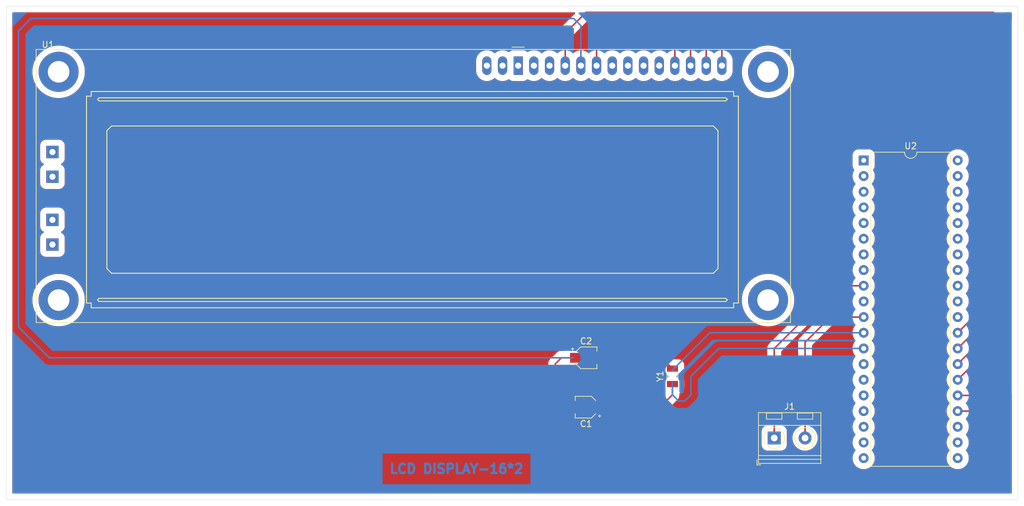
<source format=kicad_pcb>
(kicad_pcb (version 20211014) (generator pcbnew)
  (layers (0 "F.Cu" signal) (31 "B.Cu" signal) (34 "B.Paste" user) (35 "F.Paste" user) (36 "B.SilkS" user "B.Silkscreen") (37 "F.SilkS" user "F.Silkscreen") (38 "B.Mask" user) (39 "F.Mask" user) (44 "Edge.Cuts" user))
  (net 0 "")
  (net 1 "Net-(C1-Pad1)")
  (net 2 "Net-(U1-Pad14)")
  (net 3 "Net-(U1-Pad13)")
  (net 4 "Net-(U1-Pad12)")
  (net 5 "Net-(U1-Pad11)")
  (net 10 "Net-(U1-Pad6)")
  (net 11 "Net-(U1-Pad4)")
  (net 30 "GND")
  (net 31 "Net-(C2-Pad2)")
  (net 32 "Net-(J1-Pad1)")
  (net 36 "Net-(J1-Pad2)")
  (footprint "Crystal:Crystal_SMD_3215-2Pin_3.2x1.5mm" (layer "F.Cu") (at 148 93 90)
    (fp_text reference "Y1" (at 0 -2 90) (layer "F.SilkS"))
    (fp_text value "Crystal")
    (fp_line (start -0.675 0.875) (end 0.675 0.875) (layer "F.SilkS") (width 0.12))
    (fp_line (start -0.675 -0.875) (end 0.675 -0.875) (layer "F.SilkS") (width 0.12))
    (pad "1" smd rect (at 1.25 0 90) (size 1 1.8) (layers "F.Cu" "F.Paste" "F.Mask") (net 31 "Net-(C2-Pad2)"))
    (pad "2" smd rect (at -1.25 0 90) (size 1 1.8) (layers "F.Cu" "F.Paste" "F.Mask") (net 1 "Net-(C1-Pad1)"))
  )
  (footprint "Capacitor_SMD:CP_Elec_3x5.3" (layer "F.Cu") (at 134 98 180)
    (fp_text reference "C1" (at 0 -2.7) (layer "F.SilkS"))
    (fp_text value "C")
    (fp_line (start -2.1875 -1.6225) (end -2.1875 -1.2475) (layer "F.SilkS") (width 0.12))
    (fp_line (start 1.76 1.76) (end 1.76 1.06) (layer "F.SilkS") (width 0.12))
    (fp_line (start -1.570563 -1.06) (end -0.870563 -1.76) (layer "F.SilkS") (width 0.12))
    (fp_line (start -2.375 -1.435) (end -2 -1.435) (layer "F.SilkS") (width 0.12))
    (fp_line (start -0.870563 1.76) (end 1.76 1.76) (layer "F.SilkS") (width 0.12))
    (fp_line (start 1.76 -1.76) (end 1.76 -1.06) (layer "F.SilkS") (width 0.12))
    (fp_line (start -1.570563 1.06) (end -0.870563 1.76) (layer "F.SilkS") (width 0.12))
    (fp_line (start -0.870563 -1.76) (end 1.76 -1.76) (layer "F.SilkS") (width 0.12))
    (pad "1" smd rect (at -1.5 0 180) (size 2.2 1.6) (layers "F.Cu" "F.Paste" "F.Mask") (net 1 "Net-(C1-Pad1)"))
    (pad "2" smd rect (at 1.5 0 180) (size 2.2 1.6) (layers "F.Cu" "F.Paste" "F.Mask") (net 30 "GND"))
  )
  (footprint "Display:LCD-016N002L" (layer "F.Cu") (at 123 42.6425)
    (fp_text reference "U1" (at -76.21 -3.41 180) (layer "F.SilkS"))
    (fp_text value "LCD-016N002L")
    (fp_line (start -66.675 32.893) (end -66.675 10.541) (layer "F.SilkS") (width 0.15))
    (fp_line (start -69.215 4.953) (end -69.977 4.953) (layer "F.SilkS") (width 0.15))
    (fp_line (start -69.215 4.191) (end -69.215 4.953) (layer "F.SilkS") (width 0.15))
    (fp_line (start 33.655 5.207) (end -67.945 5.207) (layer "F.SilkS") (width 0.15))
    (fp_line (start 35.687 38.481) (end 35.687 4.953) (layer "F.SilkS") (width 0.15))
    (fp_line (start -67.945 5.715) (end 33.655 5.715) (layer "F.SilkS") (width 0.15))
    (fp_line (start 31.623 9.779) (end 32.385 10.541) (layer "F.SilkS") (width 0.15))
    (fp_line (start -78.14 41.64) (end 44.14 41.64) (layer "F.SilkS") (width 0.12))
    (fp_line (start -68.199 37.973) (end -67.945 38.227) (layer "F.SilkS") (width 0.15))
    (fp_line (start -69.977 4.953) (end -69.977 38.481) (layer "F.SilkS") (width 0.15))
    (fp_line (start -78.14 -2.64) (end -78.14 41.64) (layer "F.SilkS") (width 0.12))
    (fp_line (start 44.14 -2.64) (end 44.14 41.64) (layer "F.SilkS") (width 0.12))
    (fp_line (start -69.215 39.243) (end -69.215 38.481) (layer "F.SilkS") (width 0.15))
    (fp_line (start 33.655 37.719) (end -67.945 37.719) (layer "F.SilkS") (width 0.15))
    (fp_line (start -67.945 37.719) (end -68.199 37.973) (layer "F.SilkS") (width 0.15))
    (fp_line (start 32.385 32.893) (end 31.623 33.655) (layer "F.SilkS") (width 0.15))
    (fp_line (start -65.913 33.655) (end -66.675 32.893) (layer "F.SilkS") (width 0.15))
    (fp_line (start 31.623 33.655) (end -65.913 33.655) (layer "F.SilkS") (width 0.15))
    (fp_line (start -69.215 38.481) (end -69.977 38.481) (layer "F.SilkS") (width 0.15))
    (fp_line (start -68.199 5.461) (end -67.945 5.715) (layer "F.SilkS") (width 0.15))
    (fp_line (start 44.14 -2.64) (end -78.14 -2.64) (layer "F.SilkS") (width 0.12))
    (fp_line (start 34.925 4.191) (end 34.925 4.953) (layer "F.SilkS") (width 0.15))
    (fp_line (start 33.909 37.973) (end 33.655 37.719) (layer "F.SilkS") (width 0.15))
    (fp_line (start 35.687 38.481) (end 34.925 38.481) (layer "F.SilkS") (width 0.15))
    (fp_line (start -67.945 5.207) (end -68.199 5.461) (layer "F.SilkS") (width 0.15))
    (fp_line (start 33.909 5.461) (end 33.655 5.715) (layer "F.SilkS") (width 0.15))
    (fp_line (start 32.385 10.541) (end 32.385 32.893) (layer "F.SilkS") (width 0.15))
    (fp_line (start -1 -3) (end 1 -3) (layer "F.SilkS") (width 0.12))
    (fp_line (start 33.655 5.207) (end 33.909 5.461) (layer "F.SilkS") (width 0.15))
    (fp_line (start -67.945 38.227) (end 33.655 38.227) (layer "F.SilkS") (width 0.15))
    (fp_line (start 34.925 4.953) (end 35.687 4.953) (layer "F.SilkS") (width 0.15))
    (fp_line (start -66.675 10.541) (end -65.913 9.779) (layer "F.SilkS") (width 0.15))
    (fp_line (start 34.925 38.481) (end 34.925 39.243) (layer "F.SilkS") (width 0.15))
    (fp_line (start 33.655 38.227) (end 33.909 37.973) (layer "F.SilkS") (width 0.15))
    (fp_line (start -69.215 39.243) (end 34.925 39.243) (layer "F.SilkS") (width 0.15))
    (fp_line (start -65.913 9.779) (end 31.623 9.779) (layer "F.SilkS") (width 0.15))
    (fp_line (start 34.925 4.191) (end -69.215 4.191) (layer "F.SilkS") (width 0.15))
    (pad "" thru_hole circle (at -74.5 38 180) (size 6.5 6.5) (drill 3.5) (layers *.Cu *.Mask))
    (pad "" thru_hole circle (at 40.5 1 180) (size 6.5 6.5) (drill 3.5) (layers *.Cu *.Mask))
    (pad "" thru_hole circle (at 40.5 38 180) (size 6.5 6.5) (drill 3.5) (layers *.Cu *.Mask))
    (pad "" thru_hole circle (at -74.5 1 180) (size 6.5 6.5) (drill 3.5) (layers *.Cu *.Mask))
    (pad "1" thru_hole rect (at 0 0 180) (size 1.5 3) (drill 1) (layers *.Cu *.Mask))
    (pad "2" thru_hole oval (at 2.54 0 180) (size 1.5 3) (drill 1) (layers *.Cu *.Mask))
    (pad "3" thru_hole oval (at 5.08 0 180) (size 1.5 3) (drill 1) (layers *.Cu *.Mask))
    (pad "4" thru_hole oval (at 7.62 0 180) (size 1.5 3) (drill 1) (layers *.Cu *.Mask) (net 11 "Net-(U1-Pad4)"))
    (pad "5" thru_hole oval (at 10.16 0 180) (size 1.5 3) (drill 1) (layers *.Cu *.Mask) (net 30 "GND"))
    (pad "6" thru_hole oval (at 12.7 0 180) (size 1.5 3) (drill 1) (layers *.Cu *.Mask) (net 10 "Net-(U1-Pad6)"))
    (pad "7" thru_hole oval (at 15.24 0 180) (size 1.5 3) (drill 1) (layers *.Cu *.Mask))
    (pad "8" thru_hole oval (at 17.78 0 180) (size 1.5 3) (drill 1) (layers *.Cu *.Mask))
    (pad "9" thru_hole oval (at 20.32 0 180) (size 1.5 3) (drill 1) (layers *.Cu *.Mask))
    (pad "10" thru_hole oval (at 22.86 0 180) (size 1.5 3) (drill 1) (layers *.Cu *.Mask))
    (pad "11" thru_hole oval (at 25.4 0 180) (size 1.5 3) (drill 1) (layers *.Cu *.Mask) (net 5 "Net-(U1-Pad11)"))
    (pad "12" thru_hole oval (at 27.94 0 180) (size 1.5 3) (drill 1) (layers *.Cu *.Mask) (net 4 "Net-(U1-Pad12)"))
    (pad "13" thru_hole oval (at 30.48 0 180) (size 1.5 3) (drill 1) (layers *.Cu *.Mask) (net 3 "Net-(U1-Pad13)"))
    (pad "14" thru_hole oval (at 33.02 0 180) (size 1.5 3) (drill 1) (layers *.Cu *.Mask) (net 2 "Net-(U1-Pad14)"))
    (pad "15" thru_hole oval (at -2.54 0 180) (size 1.5 3) (drill 1) (layers *.Cu *.Mask))
    (pad "16" thru_hole oval (at -5.08 0 180) (size 1.5 3) (drill 1) (layers *.Cu *.Mask))
    (pad "A1" thru_hole rect (at -75.5 14 180) (size 2 2) (drill 1) (layers *.Cu *.Mask))
    (pad "A2" thru_hole rect (at -75.5 25 180) (size 2 2) (drill 1) (layers *.Cu *.Mask))
    (pad "K1" thru_hole rect (at -75.5 18 180) (size 2 2) (drill 1) (layers *.Cu *.Mask))
    (pad "K2" thru_hole rect (at -75.5 29 180) (size 2 2) (drill 1) (layers *.Cu *.Mask))
  )
  (footprint "TerminalBlock_RND:TerminalBlock_RND_205-00045_1x02_P5.00mm_Horizontal" (layer "F.Cu") (at 164.5 103)
    (fp_text reference "J1" (at 2.5 -5.11) (layer "F.SilkS"))
    (fp_text value "POWER")
    (fp_line (start -2.8 3.51) (end -2.8 4.35) (layer "F.SilkS") (width 0.12))
    (fp_line (start 3.75 -4.05) (end 3.75 -3.05) (layer "F.SilkS") (width 0.12))
    (fp_line (start -1.25 -4.05) (end 1.25 -4.05) (layer "F.SilkS") (width 0.12))
    (fp_line (start 1.25 -4.05) (end 1.25 -3.05) (layer "F.SilkS") (width 0.12))
    (fp_line (start 6.25 -4.05) (end 6.25 -3.05) (layer "F.SilkS") (width 0.12))
    (fp_line (start -2.56 4.11) (end 7.56 4.11) (layer "F.SilkS") (width 0.12))
    (fp_line (start 6.07 -1.275) (end 5.859 -1.064) (layer "F.SilkS") (width 0.12))
    (fp_line (start -2.56 3.45) (end 7.56 3.45) (layer "F.SilkS") (width 0.12))
    (fp_line (start -2.56 -4.11) (end -2.56 4.11) (layer "F.SilkS") (width 0.12))
    (fp_line (start 6.275 -1.069) (end 6.029 -0.823) (layer "F.SilkS") (width 0.12))
    (fp_line (start -2.8 4.35) (end -2.2 4.35) (layer "F.SilkS") (width 0.12))
    (fp_line (start 3.75 -3.05) (end 6.25 -3.05) (layer "F.SilkS") (width 0.12))
    (fp_line (start -2.56 -2.05) (end 7.56 -2.05) (layer "F.SilkS") (width 0.12))
    (fp_line (start 4.13 1.075) (end 3.931 1.274) (layer "F.SilkS") (width 0.12))
    (fp_line (start -1.25 -3.05) (end 1.25 -3.05) (layer "F.SilkS") (width 0.12))
    (fp_line (start 7.56 -4.11) (end 7.56 4.11) (layer "F.SilkS") (width 0.12))
    (fp_line (start -1.25 -4.05) (end -1.25 -3.05) (layer "F.SilkS") (width 0.12))
    (fp_line (start 3.75 -4.05) (end 6.25 -4.05) (layer "F.SilkS") (width 0.12))
    (fp_line (start 3.972 0.823) (end 3.726 1.069) (layer "F.SilkS") (width 0.12))
    (fp_line (start -2.56 -4.11) (end 7.56 -4.11) (layer "F.SilkS") (width 0.12))
    (fp_line (start -2.56 2.85) (end 7.56 2.85) (layer "F.SilkS") (width 0.12))
    (fp_arc (start 1.287078 -1.079908) (mid 1.68011 0.00006) (end 1.287 1.08) (layer "F.SilkS") (width 0.12))
    (fp_arc (start -1.079908 -1.287078) (mid 0.00006 -1.68011) (end 1.08 -1.287) (layer "F.SilkS") (width 0.12))
    (fp_arc (start -1.288062 1.079734) (mid -1.680752 -0.000826) (end -1.287 -1.081) (layer "F.SilkS") (width 0.12))
    (fp_arc (start 1.079883 1.286955) (mid 0.574594 1.578684) (end 0 1.68) (layer "F.SilkS") (width 0.12))
    (fp_arc (start 0.028507 1.680511) (mid -0.561826 1.584071) (end -1.081 1.287) (layer "F.SilkS") (width 0.12))
    (fp_circle (center 5 0) (end 6.68 0) (layer "F.SilkS") (width 0.12) (fill none))
    (pad "1" thru_hole rect (at 0 0) (size 2.1 2.1) (drill 1.1) (layers *.Cu *.Mask) (net 32 "Net-(J1-Pad1)"))
    (pad "2" thru_hole circle (at 5 0) (size 2.1 2.1) (drill 1.1) (layers *.Cu *.Mask) (net 36 "Net-(J1-Pad2)"))
  )
  (footprint "Package_DIP:DIP-40_W15.24mm" (layer "F.Cu") (at 179 58)
    (fp_text reference "U2" (at 7.62 -2.33) (layer "F.SilkS"))
    (fp_text value "ATmega32-16P")
    (fp_line (start 1.16 49.59) (end 14.08 49.59) (layer "F.SilkS") (width 0.12))
    (fp_line (start 1.16 -1.33) (end 1.16 49.59) (layer "F.SilkS") (width 0.12))
    (fp_line (start 6.62 -1.33) (end 1.16 -1.33) (layer "F.SilkS") (width 0.12))
    (fp_line (start 14.08 -1.33) (end 8.62 -1.33) (layer "F.SilkS") (width 0.12))
    (fp_line (start 14.08 49.59) (end 14.08 -1.33) (layer "F.SilkS") (width 0.12))
    (fp_arc (start 8.62 -1.33) (mid 7.62 -0.33) (end 6.62 -1.33) (layer "F.SilkS") (width 0.12))
    (pad "1" thru_hole rect (at 0 0) (size 1.6 1.6) (drill 0.8) (layers *.Cu *.Mask))
    (pad "2" thru_hole oval (at 0 2.54) (size 1.6 1.6) (drill 0.8) (layers *.Cu *.Mask))
    (pad "3" thru_hole oval (at 0 5.08) (size 1.6 1.6) (drill 0.8) (layers *.Cu *.Mask))
    (pad "4" thru_hole oval (at 0 7.62) (size 1.6 1.6) (drill 0.8) (layers *.Cu *.Mask))
    (pad "5" thru_hole oval (at 0 10.16) (size 1.6 1.6) (drill 0.8) (layers *.Cu *.Mask))
    (pad "6" thru_hole oval (at 0 12.7) (size 1.6 1.6) (drill 0.8) (layers *.Cu *.Mask))
    (pad "7" thru_hole oval (at 0 15.24) (size 1.6 1.6) (drill 0.8) (layers *.Cu *.Mask))
    (pad "8" thru_hole oval (at 0 17.78) (size 1.6 1.6) (drill 0.8) (layers *.Cu *.Mask))
    (pad "9" thru_hole oval (at 0 20.32) (size 1.6 1.6) (drill 0.8) (layers *.Cu *.Mask) (net 32 "Net-(J1-Pad1)"))
    (pad "10" thru_hole oval (at 0 22.86) (size 1.6 1.6) (drill 0.8) (layers *.Cu *.Mask))
    (pad "11" thru_hole oval (at 0 25.4) (size 1.6 1.6) (drill 0.8) (layers *.Cu *.Mask) (net 36 "Net-(J1-Pad2)"))
    (pad "12" thru_hole oval (at 0 27.94) (size 1.6 1.6) (drill 0.8) (layers *.Cu *.Mask) (net 31 "Net-(C2-Pad2)"))
    (pad "13" thru_hole oval (at 0 30.48) (size 1.6 1.6) (drill 0.8) (layers *.Cu *.Mask) (net 1 "Net-(C1-Pad1)"))
    (pad "14" thru_hole oval (at 0 33.02) (size 1.6 1.6) (drill 0.8) (layers *.Cu *.Mask))
    (pad "15" thru_hole oval (at 0 35.56) (size 1.6 1.6) (drill 0.8) (layers *.Cu *.Mask))
    (pad "16" thru_hole oval (at 0 38.1) (size 1.6 1.6) (drill 0.8) (layers *.Cu *.Mask))
    (pad "17" thru_hole oval (at 0 40.64) (size 1.6 1.6) (drill 0.8) (layers *.Cu *.Mask))
    (pad "18" thru_hole oval (at 0 43.18) (size 1.6 1.6) (drill 0.8) (layers *.Cu *.Mask))
    (pad "19" thru_hole oval (at 0 45.72) (size 1.6 1.6) (drill 0.8) (layers *.Cu *.Mask))
    (pad "20" thru_hole oval (at 0 48.26) (size 1.6 1.6) (drill 0.8) (layers *.Cu *.Mask))
    (pad "21" thru_hole oval (at 15.24 48.26) (size 1.6 1.6) (drill 0.8) (layers *.Cu *.Mask))
    (pad "22" thru_hole oval (at 15.24 45.72) (size 1.6 1.6) (drill 0.8) (layers *.Cu *.Mask))
    (pad "23" thru_hole oval (at 15.24 43.18) (size 1.6 1.6) (drill 0.8) (layers *.Cu *.Mask))
    (pad "24" thru_hole oval (at 15.24 40.64) (size 1.6 1.6) (drill 0.8) (layers *.Cu *.Mask) (net 11 "Net-(U1-Pad4)"))
    (pad "25" thru_hole oval (at 15.24 38.1) (size 1.6 1.6) (drill 0.8) (layers *.Cu *.Mask) (net 10 "Net-(U1-Pad6)"))
    (pad "26" thru_hole oval (at 15.24 35.56) (size 1.6 1.6) (drill 0.8) (layers *.Cu *.Mask) (net 5 "Net-(U1-Pad11)"))
    (pad "27" thru_hole oval (at 15.24 33.02) (size 1.6 1.6) (drill 0.8) (layers *.Cu *.Mask) (net 4 "Net-(U1-Pad12)"))
    (pad "28" thru_hole oval (at 15.24 30.48) (size 1.6 1.6) (drill 0.8) (layers *.Cu *.Mask) (net 3 "Net-(U1-Pad13)"))
    (pad "29" thru_hole oval (at 15.24 27.94) (size 1.6 1.6) (drill 0.8) (layers *.Cu *.Mask) (net 2 "Net-(U1-Pad14)"))
    (pad "30" thru_hole oval (at 15.24 25.4) (size 1.6 1.6) (drill 0.8) (layers *.Cu *.Mask))
    (pad "31" thru_hole oval (at 15.24 22.86) (size 1.6 1.6) (drill 0.8) (layers *.Cu *.Mask) (net 36 "Net-(J1-Pad2)"))
    (pad "32" thru_hole oval (at 15.24 20.32) (size 1.6 1.6) (drill 0.8) (layers *.Cu *.Mask))
    (pad "33" thru_hole oval (at 15.24 17.78) (size 1.6 1.6) (drill 0.8) (layers *.Cu *.Mask))
    (pad "34" thru_hole oval (at 15.24 15.24) (size 1.6 1.6) (drill 0.8) (layers *.Cu *.Mask))
    (pad "35" thru_hole oval (at 15.24 12.7) (size 1.6 1.6) (drill 0.8) (layers *.Cu *.Mask))
    (pad "36" thru_hole oval (at 15.24 10.16) (size 1.6 1.6) (drill 0.8) (layers *.Cu *.Mask))
    (pad "37" thru_hole oval (at 15.24 7.62) (size 1.6 1.6) (drill 0.8) (layers *.Cu *.Mask))
    (pad "38" thru_hole oval (at 15.24 5.08) (size 1.6 1.6) (drill 0.8) (layers *.Cu *.Mask))
    (pad "39" thru_hole oval (at 15.24 2.54) (size 1.6 1.6) (drill 0.8) (layers *.Cu *.Mask))
    (pad "40" thru_hole oval (at 15.24 0) (size 1.6 1.6) (drill 0.8) (layers *.Cu *.Mask))
  )
  (footprint "Capacitor_SMD:CP_Elec_3x5.3" (layer "F.Cu") (at 134 90)
    (fp_text reference "C2" (at 0 -2.7) (layer "F.SilkS"))
    (fp_text value "C")
    (fp_line (start -1.570563 -1.06) (end -0.870563 -1.76) (layer "F.SilkS") (width 0.12))
    (fp_line (start 1.76 -1.76) (end 1.76 -1.06) (layer "F.SilkS") (width 0.12))
    (fp_line (start -1.570563 1.06) (end -0.870563 1.76) (layer "F.SilkS") (width 0.12))
    (fp_line (start -2.1875 -1.6225) (end -2.1875 -1.2475) (layer "F.SilkS") (width 0.12))
    (fp_line (start 1.76 1.76) (end 1.76 1.06) (layer "F.SilkS") (width 0.12))
    (fp_line (start -2.375 -1.435) (end -2 -1.435) (layer "F.SilkS") (width 0.12))
    (fp_line (start -0.870563 -1.76) (end 1.76 -1.76) (layer "F.SilkS") (width 0.12))
    (fp_line (start -0.870563 1.76) (end 1.76 1.76) (layer "F.SilkS") (width 0.12))
    (pad "1" smd rect (at -1.5 0) (size 2.2 1.6) (layers "F.Cu" "F.Paste" "F.Mask") (net 30 "GND"))
    (pad "2" smd rect (at 1.5 0) (size 2.2 1.6) (layers "F.Cu" "F.Paste" "F.Mask") (net 31 "Net-(C2-Pad2)"))
  )
  (gr_rect (start 40 33) (end 204 113) (layer "Edge.Cuts") (width 0.05) (fill none))
  (gr_text "LCD DISPLAY-16*2" (at 113 108) (layer "B.Cu") (effects (font (size 1.5 1.5) (thickness 0.375))))
  (segment (start 148 96) (end 148 95) (width 0.25) (layer "F.Cu") (net 1))
  (segment (start 146 98) (end 148 96) (width 0.25) (layer "F.Cu") (net 1))
  (segment (start 135.5 98) (end 146 98) (width 0.25) (layer "F.Cu") (net 1))
  (segment (start 148 96) (end 148 94) (width 0.25) (layer "B.Cu") (net 1))
  (segment (start 151 93) (end 151 96) (width 0.25) (layer "B.Cu") (net 1))
  (segment (start 150 97) (end 149 97) (width 0.25) (layer "B.Cu") (net 1))
  (segment (start 151 96) (end 150 97) (width 0.25) (layer "B.Cu") (net 1))
  (segment (start 179 88.48) (end 155.52 88.48) (width 0.25) (layer "B.Cu") (net 1))
  (segment (start 149 97) (end 148 96) (width 0.25) (layer "B.Cu") (net 1))
  (segment (start 155.52 88.48) (end 151 93) (width 0.25) (layer "B.Cu") (net 1))
  (segment (start 197 39) (end 198 40) (width 0.25) (layer "F.Cu") (net 2))
  (segment (start 198 40) (end 198 82.18) (width 0.25) (layer "F.Cu") (net 2))
  (segment (start 198 82.18) (end 194.24 85.94) (width 0.25) (layer "F.Cu") (net 2))
  (segment (start 156.02 42.6425) (end 156.02 39.98) (width 0.25) (layer "F.Cu") (net 2))
  (segment (start 156.02 39.98) (end 157 39) (width 0.25) (layer "F.Cu") (net 2))
  (segment (start 157 39) (end 197 39) (width 0.25) (layer "F.Cu") (net 2))
  (segment (start 197 38) (end 199 40) (width 0.25) (layer "F.Cu") (net 3))
  (segment (start 153.48 42.6425) (end 153.48 39.52) (width 0.25) (layer "F.Cu") (net 3))
  (segment (start 155 38) (end 197 38) (width 0.25) (layer "F.Cu") (net 3))
  (segment (start 199 83.72) (end 194.24 88.48) (width 0.25) (layer "F.Cu") (net 3))
  (segment (start 153.48 39.52) (end 155 38) (width 0.25) (layer "F.Cu") (net 3))
  (segment (start 199 40) (end 199 83.72) (width 0.25) (layer "F.Cu") (net 3))
  (segment (start 200 39) (end 200 85.26) (width 0.25) (layer "F.Cu") (net 4))
  (segment (start 198 37) (end 200 39) (width 0.25) (layer "F.Cu") (net 4))
  (segment (start 150.94 42.6425) (end 150.94 39.06) (width 0.25) (layer "F.Cu") (net 4))
  (segment (start 153 37) (end 198 37) (width 0.25) (layer "F.Cu") (net 4))
  (segment (start 200 85.26) (end 194.24 91.02) (width 0.25) (layer "F.Cu") (net 4))
  (segment (start 150.94 39.06) (end 153 37) (width 0.25) (layer "F.Cu") (net 4))
  (segment (start 198 36) (end 201 39) (width 0.25) (layer "F.Cu") (net 5))
  (segment (start 148.4 38.6) (end 151 36) (width 0.25) (layer "F.Cu") (net 5))
  (segment (start 148.4 42.6425) (end 148.4 38.6) (width 0.25) (layer "F.Cu") (net 5))
  (segment (start 151 36) (end 198 36) (width 0.25) (layer "F.Cu") (net 5))
  (segment (start 201 39) (end 201 86.8) (width 0.25) (layer "F.Cu") (net 5))
  (segment (start 201 86.8) (end 194.24 93.56) (width 0.25) (layer "F.Cu") (net 5))
  (segment (start 135.7 42.6425) (end 135.7 38.3) (width 0.25) (layer "F.Cu") (net 10))
  (segment (start 139 35) (end 199 35) (width 0.25) (layer "F.Cu") (net 10))
  (segment (start 198.9 96.1) (end 194.24 96.1) (width 0.25) (layer "F.Cu") (net 10))
  (segment (start 199 35) (end 201.44952 37.44952) (width 0.25) (layer "F.Cu") (net 10))
  (segment (start 201.44952 37.44952) (end 201.44952 93.55048) (width 0.25) (layer "F.Cu") (net 10))
  (segment (start 135.7 38.3) (end 139 35) (width 0.25) (layer "F.Cu") (net 10))
  (segment (start 201.44952 93.55048) (end 198.9 96.1) (width 0.25) (layer "F.Cu") (net 10))
  (segment (start 130.62 37.38) (end 134 34) (width 0.25) (layer "F.Cu") (net 11))
  (segment (start 130.62 42.6425) (end 130.62 37.38) (width 0.25) (layer "F.Cu") (net 11))
  (segment (start 201.89904 35.89904) (end 201.89904 95.10096) (width 0.25) (layer "F.Cu") (net 11))
  (segment (start 198 99) (end 197.64 98.64) (width 0.25) (layer "F.Cu") (net 11))
  (segment (start 197.64 98.64) (end 194.24 98.64) (width 0.25) (layer "F.Cu") (net 11))
  (segment (start 201.89904 95.10096) (end 198 99) (width 0.25) (layer "F.Cu") (net 11))
  (segment (start 200 34) (end 201.89904 35.89904) (width 0.25) (layer "F.Cu") (net 11))
  (segment (start 134 34) (end 200 34) (width 0.25) (layer "F.Cu") (net 11))
  (segment (start 130 98) (end 132.5 98) (width 0.25) (layer "F.Cu") (net 30))
  (segment (start 130 90) (end 129 91) (width 0.25) (layer "F.Cu") (net 30))
  (segment (start 129 91) (end 129 97) (width 0.25) (layer "F.Cu") (net 30))
  (segment (start 132.5 90) (end 130 90) (width 0.25) (layer "F.Cu") (net 30))
  (segment (start 129 97) (end 130 98) (width 0.25) (layer "F.Cu") (net 30))
  (segment (start 133.16 42.6425) (end 133.16 36.16) (width 0.25) (layer "B.Cu") (net 30))
  (segment (start 44 35) (end 42 37) (width 0.25) (layer "B.Cu") (net 30))
  (segment (start 133.16 36.16) (end 132 35) (width 0.25) (layer "B.Cu") (net 30))
  (segment (start 132 35) (end 44 35) (width 0.25) (layer "B.Cu") (net 30))
  (segment (start 47 90) (end 132 90) (width 0.25) (layer "B.Cu") (net 30))
  (segment (start 42 85) (end 47 90) (width 0.25) (layer "B.Cu") (net 30))
  (segment (start 42 37) (end 42 85) (width 0.25) (layer "B.Cu") (net 30))
  (segment (start 135.5 90) (end 146.25 90) (width 0.25) (layer "F.Cu") (net 31))
  (segment (start 146.25 90) (end 148 91.75) (width 0.25) (layer "F.Cu") (net 31))
  (segment (start 154.06 85.94) (end 148 92) (width 0.25) (layer "B.Cu") (net 31))
  (segment (start 179 85.94) (end 154.06 85.94) (width 0.25) (layer "B.Cu") (net 31))
  (segment (start 164.5 88.5) (end 164.5 103) (width 0.25) (layer "F.Cu") (net 32))
  (segment (start 174.68 78.32) (end 164.5 88.5) (width 0.25) (layer "F.Cu") (net 32))
  (segment (start 179 78.32) (end 174.68 78.32) (width 0.25) (layer "F.Cu") (net 32))
  (segment (start 169.5 87.5) (end 169.5 103) (width 0.25) (layer "F.Cu") (net 36))
  (segment (start 179 83.4) (end 173.6 83.4) (width 0.25) (layer "F.Cu") (net 36))
  (segment (start 173.6 83.4) (end 169.5 87.5) (width 0.25) (layer "F.Cu") (net 36))
  (zone (net 0) (net_name "") (layers F&B.Cu) (connect_pads (clearance 1)) (min_thickness 0.254) (fill yes (thermal_gap 0.508) (thermal_bridge_width 0.508))
    (polygon (pts (xy 205 114) (xy 39 114) (xy 39 32) (xy 205 32)))
  )
)
</source>
